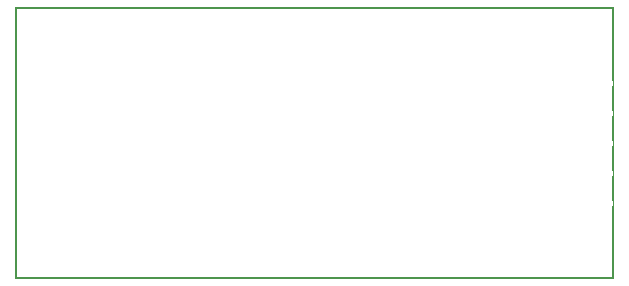
<source format=gbo>
G04 MADE WITH FRITZING*
G04 WWW.FRITZING.ORG*
G04 DOUBLE SIDED*
G04 HOLES PLATED*
G04 CONTOUR ON CENTER OF CONTOUR VECTOR*
%ASAXBY*%
%FSLAX23Y23*%
%MOIN*%
%OFA0B0*%
%SFA1.0B1.0*%
%ADD10R,0.001000X0.001000*%
%LNSILK0*%
G90*
G70*
G54D10*
X0Y907D02*
X1996Y907D01*
X0Y906D02*
X1996Y906D01*
X0Y905D02*
X1996Y905D01*
X0Y904D02*
X1996Y904D01*
X0Y903D02*
X1996Y903D01*
X0Y902D02*
X1996Y902D01*
X0Y901D02*
X1996Y901D01*
X0Y900D02*
X1996Y900D01*
X0Y899D02*
X7Y899D01*
X1989Y899D02*
X1996Y899D01*
X0Y898D02*
X7Y898D01*
X1989Y898D02*
X1996Y898D01*
X0Y897D02*
X7Y897D01*
X1989Y897D02*
X1996Y897D01*
X0Y896D02*
X7Y896D01*
X1989Y896D02*
X1996Y896D01*
X0Y895D02*
X7Y895D01*
X1989Y895D02*
X1996Y895D01*
X0Y894D02*
X7Y894D01*
X1989Y894D02*
X1996Y894D01*
X0Y893D02*
X7Y893D01*
X1989Y893D02*
X1996Y893D01*
X0Y892D02*
X7Y892D01*
X1989Y892D02*
X1996Y892D01*
X0Y891D02*
X7Y891D01*
X1989Y891D02*
X1996Y891D01*
X0Y890D02*
X7Y890D01*
X1989Y890D02*
X1996Y890D01*
X0Y889D02*
X7Y889D01*
X1989Y889D02*
X1996Y889D01*
X0Y888D02*
X7Y888D01*
X1989Y888D02*
X1996Y888D01*
X0Y887D02*
X7Y887D01*
X1989Y887D02*
X1996Y887D01*
X0Y886D02*
X7Y886D01*
X1989Y886D02*
X1996Y886D01*
X0Y885D02*
X7Y885D01*
X1989Y885D02*
X1996Y885D01*
X0Y884D02*
X7Y884D01*
X1989Y884D02*
X1996Y884D01*
X0Y883D02*
X7Y883D01*
X1989Y883D02*
X1996Y883D01*
X0Y882D02*
X7Y882D01*
X1989Y882D02*
X1996Y882D01*
X0Y881D02*
X7Y881D01*
X1989Y881D02*
X1996Y881D01*
X0Y880D02*
X7Y880D01*
X1989Y880D02*
X1996Y880D01*
X0Y879D02*
X7Y879D01*
X1989Y879D02*
X1996Y879D01*
X0Y878D02*
X7Y878D01*
X1989Y878D02*
X1996Y878D01*
X0Y877D02*
X7Y877D01*
X1989Y877D02*
X1996Y877D01*
X0Y876D02*
X7Y876D01*
X1989Y876D02*
X1996Y876D01*
X0Y875D02*
X7Y875D01*
X1989Y875D02*
X1996Y875D01*
X0Y874D02*
X7Y874D01*
X1989Y874D02*
X1996Y874D01*
X0Y873D02*
X7Y873D01*
X1989Y873D02*
X1996Y873D01*
X0Y872D02*
X7Y872D01*
X1989Y872D02*
X1996Y872D01*
X0Y871D02*
X7Y871D01*
X1989Y871D02*
X1996Y871D01*
X0Y870D02*
X7Y870D01*
X1989Y870D02*
X1996Y870D01*
X0Y869D02*
X7Y869D01*
X1989Y869D02*
X1996Y869D01*
X0Y868D02*
X7Y868D01*
X1989Y868D02*
X1996Y868D01*
X0Y867D02*
X7Y867D01*
X1989Y867D02*
X1996Y867D01*
X0Y866D02*
X7Y866D01*
X1989Y866D02*
X1996Y866D01*
X0Y865D02*
X7Y865D01*
X1989Y865D02*
X1996Y865D01*
X0Y864D02*
X7Y864D01*
X1989Y864D02*
X1996Y864D01*
X0Y863D02*
X7Y863D01*
X1989Y863D02*
X1996Y863D01*
X0Y862D02*
X7Y862D01*
X1989Y862D02*
X1996Y862D01*
X0Y861D02*
X7Y861D01*
X1989Y861D02*
X1996Y861D01*
X0Y860D02*
X7Y860D01*
X1989Y860D02*
X1996Y860D01*
X0Y859D02*
X7Y859D01*
X1989Y859D02*
X1996Y859D01*
X0Y858D02*
X7Y858D01*
X1989Y858D02*
X1996Y858D01*
X0Y857D02*
X7Y857D01*
X1989Y857D02*
X1996Y857D01*
X0Y856D02*
X7Y856D01*
X1989Y856D02*
X1996Y856D01*
X0Y855D02*
X7Y855D01*
X1989Y855D02*
X1996Y855D01*
X0Y854D02*
X7Y854D01*
X1989Y854D02*
X1996Y854D01*
X0Y853D02*
X7Y853D01*
X1989Y853D02*
X1996Y853D01*
X0Y852D02*
X7Y852D01*
X1989Y852D02*
X1996Y852D01*
X0Y851D02*
X7Y851D01*
X1989Y851D02*
X1996Y851D01*
X0Y850D02*
X7Y850D01*
X1989Y850D02*
X1996Y850D01*
X0Y849D02*
X7Y849D01*
X1989Y849D02*
X1996Y849D01*
X0Y848D02*
X7Y848D01*
X1989Y848D02*
X1996Y848D01*
X0Y847D02*
X7Y847D01*
X1989Y847D02*
X1996Y847D01*
X0Y846D02*
X7Y846D01*
X1989Y846D02*
X1996Y846D01*
X0Y845D02*
X7Y845D01*
X1989Y845D02*
X1996Y845D01*
X0Y844D02*
X7Y844D01*
X1989Y844D02*
X1996Y844D01*
X0Y843D02*
X7Y843D01*
X1989Y843D02*
X1996Y843D01*
X0Y842D02*
X7Y842D01*
X1989Y842D02*
X1996Y842D01*
X0Y841D02*
X7Y841D01*
X1989Y841D02*
X1996Y841D01*
X0Y840D02*
X7Y840D01*
X1989Y840D02*
X1996Y840D01*
X0Y839D02*
X7Y839D01*
X1989Y839D02*
X1996Y839D01*
X0Y838D02*
X7Y838D01*
X1989Y838D02*
X1996Y838D01*
X0Y837D02*
X7Y837D01*
X1989Y837D02*
X1996Y837D01*
X0Y836D02*
X7Y836D01*
X1989Y836D02*
X1996Y836D01*
X0Y835D02*
X7Y835D01*
X1989Y835D02*
X1996Y835D01*
X0Y834D02*
X7Y834D01*
X1989Y834D02*
X1996Y834D01*
X0Y833D02*
X7Y833D01*
X1989Y833D02*
X1996Y833D01*
X0Y832D02*
X7Y832D01*
X1989Y832D02*
X1996Y832D01*
X0Y831D02*
X7Y831D01*
X1989Y831D02*
X1996Y831D01*
X0Y830D02*
X7Y830D01*
X1989Y830D02*
X1996Y830D01*
X0Y829D02*
X7Y829D01*
X1989Y829D02*
X1996Y829D01*
X0Y828D02*
X7Y828D01*
X1989Y828D02*
X1996Y828D01*
X0Y827D02*
X7Y827D01*
X1989Y827D02*
X1996Y827D01*
X0Y826D02*
X7Y826D01*
X1989Y826D02*
X1996Y826D01*
X0Y825D02*
X7Y825D01*
X1989Y825D02*
X1996Y825D01*
X0Y824D02*
X7Y824D01*
X1989Y824D02*
X1996Y824D01*
X0Y823D02*
X7Y823D01*
X1989Y823D02*
X1996Y823D01*
X0Y822D02*
X7Y822D01*
X1989Y822D02*
X1996Y822D01*
X0Y821D02*
X7Y821D01*
X1989Y821D02*
X1996Y821D01*
X0Y820D02*
X7Y820D01*
X1989Y820D02*
X1996Y820D01*
X0Y819D02*
X7Y819D01*
X1989Y819D02*
X1996Y819D01*
X0Y818D02*
X7Y818D01*
X1989Y818D02*
X1996Y818D01*
X0Y817D02*
X7Y817D01*
X1989Y817D02*
X1996Y817D01*
X0Y816D02*
X7Y816D01*
X1989Y816D02*
X1996Y816D01*
X0Y815D02*
X7Y815D01*
X1989Y815D02*
X1996Y815D01*
X0Y814D02*
X7Y814D01*
X1989Y814D02*
X1996Y814D01*
X0Y813D02*
X7Y813D01*
X1989Y813D02*
X1996Y813D01*
X0Y812D02*
X7Y812D01*
X1989Y812D02*
X1996Y812D01*
X0Y811D02*
X7Y811D01*
X1989Y811D02*
X1996Y811D01*
X0Y810D02*
X7Y810D01*
X1989Y810D02*
X1996Y810D01*
X0Y809D02*
X7Y809D01*
X1989Y809D02*
X1996Y809D01*
X0Y808D02*
X7Y808D01*
X1989Y808D02*
X1996Y808D01*
X0Y807D02*
X7Y807D01*
X1989Y807D02*
X1996Y807D01*
X0Y806D02*
X7Y806D01*
X1989Y806D02*
X1996Y806D01*
X0Y805D02*
X7Y805D01*
X1989Y805D02*
X1996Y805D01*
X0Y804D02*
X7Y804D01*
X1989Y804D02*
X1996Y804D01*
X0Y803D02*
X7Y803D01*
X1989Y803D02*
X1996Y803D01*
X0Y802D02*
X7Y802D01*
X1989Y802D02*
X1996Y802D01*
X0Y801D02*
X7Y801D01*
X1989Y801D02*
X1996Y801D01*
X0Y800D02*
X7Y800D01*
X1989Y800D02*
X1996Y800D01*
X0Y799D02*
X7Y799D01*
X1989Y799D02*
X1996Y799D01*
X0Y798D02*
X7Y798D01*
X1989Y798D02*
X1996Y798D01*
X0Y797D02*
X7Y797D01*
X1989Y797D02*
X1996Y797D01*
X0Y796D02*
X7Y796D01*
X1989Y796D02*
X1996Y796D01*
X0Y795D02*
X7Y795D01*
X1989Y795D02*
X1996Y795D01*
X0Y794D02*
X7Y794D01*
X1989Y794D02*
X1996Y794D01*
X0Y793D02*
X7Y793D01*
X1989Y793D02*
X1996Y793D01*
X0Y792D02*
X7Y792D01*
X1989Y792D02*
X1996Y792D01*
X0Y791D02*
X7Y791D01*
X1989Y791D02*
X1996Y791D01*
X0Y790D02*
X7Y790D01*
X1989Y790D02*
X1996Y790D01*
X0Y789D02*
X7Y789D01*
X1989Y789D02*
X1996Y789D01*
X0Y788D02*
X7Y788D01*
X1989Y788D02*
X1996Y788D01*
X0Y787D02*
X7Y787D01*
X1989Y787D02*
X1996Y787D01*
X0Y786D02*
X7Y786D01*
X1989Y786D02*
X1996Y786D01*
X0Y785D02*
X7Y785D01*
X1989Y785D02*
X1996Y785D01*
X0Y784D02*
X7Y784D01*
X1989Y784D02*
X1996Y784D01*
X0Y783D02*
X7Y783D01*
X1989Y783D02*
X1996Y783D01*
X0Y782D02*
X7Y782D01*
X1989Y782D02*
X1996Y782D01*
X0Y781D02*
X7Y781D01*
X1989Y781D02*
X1996Y781D01*
X0Y780D02*
X7Y780D01*
X1989Y780D02*
X1996Y780D01*
X0Y779D02*
X7Y779D01*
X1989Y779D02*
X1996Y779D01*
X0Y778D02*
X7Y778D01*
X1989Y778D02*
X1996Y778D01*
X0Y777D02*
X7Y777D01*
X1989Y777D02*
X1996Y777D01*
X0Y776D02*
X7Y776D01*
X1989Y776D02*
X1996Y776D01*
X0Y775D02*
X7Y775D01*
X1989Y775D02*
X1996Y775D01*
X0Y774D02*
X7Y774D01*
X1989Y774D02*
X1996Y774D01*
X0Y773D02*
X7Y773D01*
X1989Y773D02*
X1996Y773D01*
X0Y772D02*
X7Y772D01*
X1989Y772D02*
X1996Y772D01*
X0Y771D02*
X7Y771D01*
X1989Y771D02*
X1996Y771D01*
X0Y770D02*
X7Y770D01*
X1989Y770D02*
X1996Y770D01*
X0Y769D02*
X7Y769D01*
X1989Y769D02*
X1996Y769D01*
X0Y768D02*
X7Y768D01*
X1989Y768D02*
X1996Y768D01*
X0Y767D02*
X7Y767D01*
X1989Y767D02*
X1996Y767D01*
X0Y766D02*
X7Y766D01*
X1989Y766D02*
X1996Y766D01*
X0Y765D02*
X7Y765D01*
X1989Y765D02*
X1996Y765D01*
X0Y764D02*
X7Y764D01*
X1989Y764D02*
X1996Y764D01*
X0Y763D02*
X7Y763D01*
X1989Y763D02*
X1996Y763D01*
X0Y762D02*
X7Y762D01*
X1989Y762D02*
X1996Y762D01*
X0Y761D02*
X7Y761D01*
X1989Y761D02*
X1996Y761D01*
X0Y760D02*
X7Y760D01*
X1989Y760D02*
X1996Y760D01*
X0Y759D02*
X7Y759D01*
X1989Y759D02*
X1996Y759D01*
X0Y758D02*
X7Y758D01*
X1989Y758D02*
X1996Y758D01*
X0Y757D02*
X7Y757D01*
X1989Y757D02*
X1996Y757D01*
X0Y756D02*
X7Y756D01*
X1989Y756D02*
X1996Y756D01*
X0Y755D02*
X7Y755D01*
X1989Y755D02*
X1996Y755D01*
X0Y754D02*
X7Y754D01*
X1989Y754D02*
X1996Y754D01*
X0Y753D02*
X7Y753D01*
X1989Y753D02*
X1996Y753D01*
X0Y752D02*
X7Y752D01*
X1989Y752D02*
X1996Y752D01*
X0Y751D02*
X7Y751D01*
X1989Y751D02*
X1996Y751D01*
X0Y750D02*
X7Y750D01*
X1989Y750D02*
X1996Y750D01*
X0Y749D02*
X7Y749D01*
X1989Y749D02*
X1996Y749D01*
X0Y748D02*
X7Y748D01*
X1989Y748D02*
X1996Y748D01*
X0Y747D02*
X7Y747D01*
X1989Y747D02*
X1996Y747D01*
X0Y746D02*
X7Y746D01*
X1989Y746D02*
X1996Y746D01*
X0Y745D02*
X7Y745D01*
X1989Y745D02*
X1996Y745D01*
X0Y744D02*
X7Y744D01*
X1989Y744D02*
X1996Y744D01*
X0Y743D02*
X7Y743D01*
X1989Y743D02*
X1996Y743D01*
X0Y742D02*
X7Y742D01*
X1989Y742D02*
X1996Y742D01*
X0Y741D02*
X7Y741D01*
X1989Y741D02*
X1996Y741D01*
X0Y740D02*
X7Y740D01*
X1989Y740D02*
X1996Y740D01*
X0Y739D02*
X7Y739D01*
X1989Y739D02*
X1996Y739D01*
X0Y738D02*
X7Y738D01*
X1989Y738D02*
X1996Y738D01*
X0Y737D02*
X7Y737D01*
X1989Y737D02*
X1996Y737D01*
X0Y736D02*
X7Y736D01*
X1989Y736D02*
X1996Y736D01*
X0Y735D02*
X7Y735D01*
X1989Y735D02*
X1996Y735D01*
X0Y734D02*
X7Y734D01*
X1989Y734D02*
X1996Y734D01*
X0Y733D02*
X7Y733D01*
X1989Y733D02*
X1996Y733D01*
X0Y732D02*
X7Y732D01*
X1989Y732D02*
X1996Y732D01*
X0Y731D02*
X7Y731D01*
X1989Y731D02*
X1996Y731D01*
X0Y730D02*
X7Y730D01*
X1989Y730D02*
X1996Y730D01*
X0Y729D02*
X7Y729D01*
X1989Y729D02*
X1996Y729D01*
X0Y728D02*
X7Y728D01*
X1989Y728D02*
X1996Y728D01*
X0Y727D02*
X7Y727D01*
X1989Y727D02*
X1996Y727D01*
X0Y726D02*
X7Y726D01*
X1989Y726D02*
X1996Y726D01*
X0Y725D02*
X7Y725D01*
X1989Y725D02*
X1996Y725D01*
X0Y724D02*
X7Y724D01*
X1989Y724D02*
X1996Y724D01*
X0Y723D02*
X7Y723D01*
X1989Y723D02*
X1996Y723D01*
X0Y722D02*
X7Y722D01*
X1989Y722D02*
X1996Y722D01*
X0Y721D02*
X7Y721D01*
X1989Y721D02*
X1996Y721D01*
X0Y720D02*
X7Y720D01*
X1989Y720D02*
X1996Y720D01*
X0Y719D02*
X7Y719D01*
X1989Y719D02*
X1996Y719D01*
X0Y718D02*
X7Y718D01*
X1989Y718D02*
X1996Y718D01*
X0Y717D02*
X7Y717D01*
X1989Y717D02*
X1996Y717D01*
X0Y716D02*
X7Y716D01*
X1989Y716D02*
X1996Y716D01*
X0Y715D02*
X7Y715D01*
X1989Y715D02*
X1996Y715D01*
X0Y714D02*
X7Y714D01*
X1989Y714D02*
X1996Y714D01*
X0Y713D02*
X7Y713D01*
X1989Y713D02*
X1996Y713D01*
X0Y712D02*
X7Y712D01*
X1989Y712D02*
X1996Y712D01*
X0Y711D02*
X7Y711D01*
X1989Y711D02*
X1996Y711D01*
X0Y710D02*
X7Y710D01*
X1989Y710D02*
X1996Y710D01*
X0Y709D02*
X7Y709D01*
X1989Y709D02*
X1996Y709D01*
X0Y708D02*
X7Y708D01*
X1989Y708D02*
X1996Y708D01*
X0Y707D02*
X7Y707D01*
X1989Y707D02*
X1996Y707D01*
X0Y706D02*
X7Y706D01*
X1989Y706D02*
X1996Y706D01*
X0Y705D02*
X7Y705D01*
X1989Y705D02*
X1996Y705D01*
X0Y704D02*
X7Y704D01*
X1989Y704D02*
X1996Y704D01*
X0Y703D02*
X7Y703D01*
X1989Y703D02*
X1996Y703D01*
X0Y702D02*
X7Y702D01*
X1989Y702D02*
X1996Y702D01*
X0Y701D02*
X7Y701D01*
X1989Y701D02*
X1996Y701D01*
X0Y700D02*
X7Y700D01*
X1989Y700D02*
X1996Y700D01*
X0Y699D02*
X7Y699D01*
X1989Y699D02*
X1996Y699D01*
X0Y698D02*
X7Y698D01*
X1989Y698D02*
X1996Y698D01*
X0Y697D02*
X7Y697D01*
X1989Y697D02*
X1996Y697D01*
X0Y696D02*
X7Y696D01*
X1989Y696D02*
X1996Y696D01*
X0Y695D02*
X7Y695D01*
X1989Y695D02*
X1996Y695D01*
X0Y694D02*
X7Y694D01*
X1989Y694D02*
X1996Y694D01*
X0Y693D02*
X7Y693D01*
X1989Y693D02*
X1996Y693D01*
X0Y692D02*
X7Y692D01*
X1989Y692D02*
X1996Y692D01*
X0Y691D02*
X7Y691D01*
X1989Y691D02*
X1996Y691D01*
X0Y690D02*
X7Y690D01*
X1989Y690D02*
X1996Y690D01*
X0Y689D02*
X7Y689D01*
X1989Y689D02*
X1996Y689D01*
X0Y688D02*
X7Y688D01*
X1989Y688D02*
X1996Y688D01*
X0Y687D02*
X7Y687D01*
X1989Y687D02*
X1996Y687D01*
X0Y686D02*
X7Y686D01*
X1989Y686D02*
X1996Y686D01*
X0Y685D02*
X7Y685D01*
X1989Y685D02*
X1996Y685D01*
X0Y684D02*
X7Y684D01*
X1989Y684D02*
X1996Y684D01*
X0Y683D02*
X7Y683D01*
X1989Y683D02*
X1996Y683D01*
X0Y682D02*
X7Y682D01*
X1989Y682D02*
X1996Y682D01*
X0Y681D02*
X7Y681D01*
X1989Y681D02*
X1996Y681D01*
X0Y680D02*
X7Y680D01*
X1989Y680D02*
X1996Y680D01*
X0Y679D02*
X7Y679D01*
X1989Y679D02*
X1996Y679D01*
X0Y678D02*
X7Y678D01*
X1989Y678D02*
X1996Y678D01*
X0Y677D02*
X7Y677D01*
X1989Y677D02*
X1996Y677D01*
X0Y676D02*
X7Y676D01*
X1989Y676D02*
X1996Y676D01*
X0Y675D02*
X7Y675D01*
X1989Y675D02*
X1996Y675D01*
X0Y674D02*
X7Y674D01*
X1989Y674D02*
X1996Y674D01*
X0Y673D02*
X7Y673D01*
X1989Y673D02*
X1996Y673D01*
X0Y672D02*
X7Y672D01*
X1989Y672D02*
X1996Y672D01*
X0Y671D02*
X7Y671D01*
X1989Y671D02*
X1996Y671D01*
X0Y670D02*
X7Y670D01*
X1989Y670D02*
X1996Y670D01*
X0Y669D02*
X7Y669D01*
X1989Y669D02*
X1996Y669D01*
X0Y668D02*
X7Y668D01*
X1990Y668D02*
X1996Y668D01*
X0Y667D02*
X7Y667D01*
X1990Y667D02*
X1996Y667D01*
X0Y666D02*
X7Y666D01*
X1990Y666D02*
X1996Y666D01*
X0Y665D02*
X7Y665D01*
X1991Y665D02*
X1996Y665D01*
X0Y664D02*
X7Y664D01*
X1991Y664D02*
X1996Y664D01*
X0Y663D02*
X7Y663D01*
X1991Y663D02*
X1996Y663D01*
X0Y662D02*
X7Y662D01*
X1991Y662D02*
X1996Y662D01*
X0Y661D02*
X7Y661D01*
X1992Y661D02*
X1996Y661D01*
X0Y660D02*
X7Y660D01*
X1992Y660D02*
X1996Y660D01*
X0Y659D02*
X7Y659D01*
X1992Y659D02*
X1996Y659D01*
X0Y658D02*
X7Y658D01*
X1992Y658D02*
X1996Y658D01*
X0Y657D02*
X7Y657D01*
X1992Y657D02*
X1996Y657D01*
X0Y656D02*
X7Y656D01*
X1992Y656D02*
X1996Y656D01*
X0Y655D02*
X7Y655D01*
X1992Y655D02*
X1996Y655D01*
X0Y654D02*
X7Y654D01*
X1992Y654D02*
X1996Y654D01*
X0Y653D02*
X7Y653D01*
X1992Y653D02*
X1996Y653D01*
X0Y652D02*
X7Y652D01*
X1992Y652D02*
X1996Y652D01*
X0Y651D02*
X7Y651D01*
X1992Y651D02*
X1996Y651D01*
X0Y650D02*
X7Y650D01*
X1992Y650D02*
X1996Y650D01*
X0Y649D02*
X7Y649D01*
X1992Y649D02*
X1996Y649D01*
X0Y648D02*
X7Y648D01*
X1992Y648D02*
X1996Y648D01*
X0Y647D02*
X7Y647D01*
X1992Y647D02*
X1996Y647D01*
X0Y646D02*
X7Y646D01*
X1992Y646D02*
X1996Y646D01*
X0Y645D02*
X7Y645D01*
X1991Y645D02*
X1996Y645D01*
X0Y644D02*
X7Y644D01*
X1991Y644D02*
X1996Y644D01*
X0Y643D02*
X7Y643D01*
X1991Y643D02*
X1996Y643D01*
X0Y642D02*
X7Y642D01*
X1991Y642D02*
X1996Y642D01*
X0Y641D02*
X7Y641D01*
X1990Y641D02*
X1996Y641D01*
X0Y640D02*
X7Y640D01*
X1990Y640D02*
X1996Y640D01*
X0Y639D02*
X7Y639D01*
X1990Y639D02*
X1996Y639D01*
X0Y638D02*
X7Y638D01*
X1989Y638D02*
X1996Y638D01*
X0Y637D02*
X7Y637D01*
X1989Y637D02*
X1996Y637D01*
X0Y636D02*
X7Y636D01*
X1989Y636D02*
X1996Y636D01*
X0Y635D02*
X7Y635D01*
X1989Y635D02*
X1996Y635D01*
X0Y634D02*
X7Y634D01*
X1989Y634D02*
X1996Y634D01*
X0Y633D02*
X7Y633D01*
X1989Y633D02*
X1996Y633D01*
X0Y632D02*
X7Y632D01*
X1989Y632D02*
X1996Y632D01*
X0Y631D02*
X7Y631D01*
X1989Y631D02*
X1996Y631D01*
X0Y630D02*
X7Y630D01*
X1989Y630D02*
X1996Y630D01*
X0Y629D02*
X7Y629D01*
X1989Y629D02*
X1996Y629D01*
X0Y628D02*
X7Y628D01*
X1989Y628D02*
X1996Y628D01*
X0Y627D02*
X7Y627D01*
X1989Y627D02*
X1996Y627D01*
X0Y626D02*
X7Y626D01*
X1989Y626D02*
X1996Y626D01*
X0Y625D02*
X7Y625D01*
X1989Y625D02*
X1996Y625D01*
X0Y624D02*
X7Y624D01*
X1989Y624D02*
X1996Y624D01*
X0Y623D02*
X7Y623D01*
X1989Y623D02*
X1996Y623D01*
X0Y622D02*
X7Y622D01*
X1989Y622D02*
X1996Y622D01*
X0Y621D02*
X7Y621D01*
X1989Y621D02*
X1996Y621D01*
X0Y620D02*
X7Y620D01*
X1989Y620D02*
X1996Y620D01*
X0Y619D02*
X7Y619D01*
X1989Y619D02*
X1996Y619D01*
X0Y618D02*
X7Y618D01*
X1989Y618D02*
X1996Y618D01*
X0Y617D02*
X7Y617D01*
X1989Y617D02*
X1996Y617D01*
X0Y616D02*
X7Y616D01*
X1989Y616D02*
X1996Y616D01*
X0Y615D02*
X7Y615D01*
X1989Y615D02*
X1996Y615D01*
X0Y614D02*
X7Y614D01*
X1989Y614D02*
X1996Y614D01*
X0Y613D02*
X7Y613D01*
X1989Y613D02*
X1996Y613D01*
X0Y612D02*
X7Y612D01*
X1989Y612D02*
X1996Y612D01*
X0Y611D02*
X7Y611D01*
X1989Y611D02*
X1996Y611D01*
X0Y610D02*
X7Y610D01*
X1989Y610D02*
X1996Y610D01*
X0Y609D02*
X7Y609D01*
X1989Y609D02*
X1996Y609D01*
X0Y608D02*
X7Y608D01*
X1989Y608D02*
X1996Y608D01*
X0Y607D02*
X7Y607D01*
X1989Y607D02*
X1996Y607D01*
X0Y606D02*
X7Y606D01*
X1989Y606D02*
X1996Y606D01*
X0Y605D02*
X7Y605D01*
X1989Y605D02*
X1996Y605D01*
X0Y604D02*
X7Y604D01*
X1989Y604D02*
X1996Y604D01*
X0Y603D02*
X7Y603D01*
X1989Y603D02*
X1996Y603D01*
X0Y602D02*
X7Y602D01*
X1989Y602D02*
X1996Y602D01*
X0Y601D02*
X7Y601D01*
X1989Y601D02*
X1996Y601D01*
X0Y600D02*
X7Y600D01*
X1989Y600D02*
X1996Y600D01*
X0Y599D02*
X7Y599D01*
X1989Y599D02*
X1996Y599D01*
X0Y598D02*
X7Y598D01*
X1989Y598D02*
X1996Y598D01*
X0Y597D02*
X7Y597D01*
X1989Y597D02*
X1996Y597D01*
X0Y596D02*
X7Y596D01*
X1989Y596D02*
X1996Y596D01*
X0Y595D02*
X7Y595D01*
X1989Y595D02*
X1996Y595D01*
X0Y594D02*
X7Y594D01*
X1989Y594D02*
X1996Y594D01*
X0Y593D02*
X7Y593D01*
X1989Y593D02*
X1996Y593D01*
X0Y592D02*
X7Y592D01*
X1989Y592D02*
X1996Y592D01*
X0Y591D02*
X7Y591D01*
X1989Y591D02*
X1996Y591D01*
X0Y590D02*
X7Y590D01*
X1989Y590D02*
X1996Y590D01*
X0Y589D02*
X7Y589D01*
X1989Y589D02*
X1996Y589D01*
X0Y588D02*
X7Y588D01*
X1989Y588D02*
X1996Y588D01*
X0Y587D02*
X7Y587D01*
X1989Y587D02*
X1996Y587D01*
X0Y586D02*
X7Y586D01*
X1989Y586D02*
X1996Y586D01*
X0Y585D02*
X7Y585D01*
X1989Y585D02*
X1996Y585D01*
X0Y584D02*
X7Y584D01*
X1989Y584D02*
X1996Y584D01*
X0Y583D02*
X7Y583D01*
X1989Y583D02*
X1996Y583D01*
X0Y582D02*
X7Y582D01*
X1989Y582D02*
X1996Y582D01*
X0Y581D02*
X7Y581D01*
X1989Y581D02*
X1996Y581D01*
X0Y580D02*
X7Y580D01*
X1989Y580D02*
X1996Y580D01*
X0Y579D02*
X7Y579D01*
X1989Y579D02*
X1996Y579D01*
X0Y578D02*
X7Y578D01*
X1989Y578D02*
X1996Y578D01*
X0Y577D02*
X7Y577D01*
X1989Y577D02*
X1996Y577D01*
X0Y576D02*
X7Y576D01*
X1989Y576D02*
X1996Y576D01*
X0Y575D02*
X7Y575D01*
X1989Y575D02*
X1996Y575D01*
X0Y574D02*
X7Y574D01*
X1989Y574D02*
X1996Y574D01*
X0Y573D02*
X7Y573D01*
X1989Y573D02*
X1996Y573D01*
X0Y572D02*
X7Y572D01*
X1989Y572D02*
X1996Y572D01*
X0Y571D02*
X7Y571D01*
X1989Y571D02*
X1996Y571D01*
X0Y570D02*
X7Y570D01*
X1989Y570D02*
X1996Y570D01*
X0Y569D02*
X7Y569D01*
X1989Y569D02*
X1996Y569D01*
X0Y568D02*
X7Y568D01*
X1990Y568D02*
X1996Y568D01*
X0Y567D02*
X7Y567D01*
X1990Y567D02*
X1996Y567D01*
X0Y566D02*
X7Y566D01*
X1990Y566D02*
X1996Y566D01*
X0Y565D02*
X7Y565D01*
X1991Y565D02*
X1996Y565D01*
X0Y564D02*
X7Y564D01*
X1991Y564D02*
X1996Y564D01*
X0Y563D02*
X7Y563D01*
X1991Y563D02*
X1996Y563D01*
X0Y562D02*
X7Y562D01*
X1991Y562D02*
X1996Y562D01*
X0Y561D02*
X7Y561D01*
X1992Y561D02*
X1996Y561D01*
X0Y560D02*
X7Y560D01*
X1992Y560D02*
X1996Y560D01*
X0Y559D02*
X7Y559D01*
X1992Y559D02*
X1996Y559D01*
X0Y558D02*
X7Y558D01*
X1992Y558D02*
X1996Y558D01*
X0Y557D02*
X7Y557D01*
X1992Y557D02*
X1996Y557D01*
X0Y556D02*
X7Y556D01*
X1992Y556D02*
X1996Y556D01*
X0Y555D02*
X7Y555D01*
X1992Y555D02*
X1996Y555D01*
X0Y554D02*
X7Y554D01*
X1992Y554D02*
X1996Y554D01*
X0Y553D02*
X7Y553D01*
X1992Y553D02*
X1996Y553D01*
X0Y552D02*
X7Y552D01*
X1992Y552D02*
X1996Y552D01*
X0Y551D02*
X7Y551D01*
X1992Y551D02*
X1996Y551D01*
X0Y550D02*
X7Y550D01*
X1992Y550D02*
X1996Y550D01*
X0Y549D02*
X7Y549D01*
X1992Y549D02*
X1996Y549D01*
X0Y548D02*
X7Y548D01*
X1992Y548D02*
X1996Y548D01*
X0Y547D02*
X7Y547D01*
X1992Y547D02*
X1996Y547D01*
X0Y546D02*
X7Y546D01*
X1992Y546D02*
X1996Y546D01*
X0Y545D02*
X7Y545D01*
X1991Y545D02*
X1996Y545D01*
X0Y544D02*
X7Y544D01*
X1991Y544D02*
X1996Y544D01*
X0Y543D02*
X7Y543D01*
X1991Y543D02*
X1996Y543D01*
X0Y542D02*
X7Y542D01*
X1991Y542D02*
X1996Y542D01*
X0Y541D02*
X7Y541D01*
X1990Y541D02*
X1996Y541D01*
X0Y540D02*
X7Y540D01*
X1990Y540D02*
X1996Y540D01*
X0Y539D02*
X7Y539D01*
X1990Y539D02*
X1996Y539D01*
X0Y538D02*
X7Y538D01*
X1989Y538D02*
X1996Y538D01*
X0Y537D02*
X7Y537D01*
X1989Y537D02*
X1996Y537D01*
X0Y536D02*
X7Y536D01*
X1989Y536D02*
X1996Y536D01*
X0Y535D02*
X7Y535D01*
X1989Y535D02*
X1996Y535D01*
X0Y534D02*
X7Y534D01*
X1989Y534D02*
X1996Y534D01*
X0Y533D02*
X7Y533D01*
X1989Y533D02*
X1996Y533D01*
X0Y532D02*
X7Y532D01*
X1989Y532D02*
X1996Y532D01*
X0Y531D02*
X7Y531D01*
X1989Y531D02*
X1996Y531D01*
X0Y530D02*
X7Y530D01*
X1989Y530D02*
X1996Y530D01*
X0Y529D02*
X7Y529D01*
X1989Y529D02*
X1996Y529D01*
X0Y528D02*
X7Y528D01*
X1989Y528D02*
X1996Y528D01*
X0Y527D02*
X7Y527D01*
X1989Y527D02*
X1996Y527D01*
X0Y526D02*
X7Y526D01*
X1989Y526D02*
X1996Y526D01*
X0Y525D02*
X7Y525D01*
X1989Y525D02*
X1996Y525D01*
X0Y524D02*
X7Y524D01*
X1989Y524D02*
X1996Y524D01*
X0Y523D02*
X7Y523D01*
X1989Y523D02*
X1996Y523D01*
X0Y522D02*
X7Y522D01*
X1989Y522D02*
X1996Y522D01*
X0Y521D02*
X7Y521D01*
X1989Y521D02*
X1996Y521D01*
X0Y520D02*
X7Y520D01*
X1989Y520D02*
X1996Y520D01*
X0Y519D02*
X7Y519D01*
X1989Y519D02*
X1996Y519D01*
X0Y518D02*
X7Y518D01*
X1989Y518D02*
X1996Y518D01*
X0Y517D02*
X7Y517D01*
X1989Y517D02*
X1996Y517D01*
X0Y516D02*
X7Y516D01*
X1989Y516D02*
X1996Y516D01*
X0Y515D02*
X7Y515D01*
X1989Y515D02*
X1996Y515D01*
X0Y514D02*
X7Y514D01*
X1989Y514D02*
X1996Y514D01*
X0Y513D02*
X7Y513D01*
X1989Y513D02*
X1996Y513D01*
X0Y512D02*
X7Y512D01*
X1989Y512D02*
X1996Y512D01*
X0Y511D02*
X7Y511D01*
X1989Y511D02*
X1996Y511D01*
X0Y510D02*
X7Y510D01*
X1989Y510D02*
X1996Y510D01*
X0Y509D02*
X7Y509D01*
X1989Y509D02*
X1996Y509D01*
X0Y508D02*
X7Y508D01*
X1989Y508D02*
X1996Y508D01*
X0Y507D02*
X7Y507D01*
X1989Y507D02*
X1996Y507D01*
X0Y506D02*
X7Y506D01*
X1989Y506D02*
X1996Y506D01*
X0Y505D02*
X7Y505D01*
X1989Y505D02*
X1996Y505D01*
X0Y504D02*
X7Y504D01*
X1989Y504D02*
X1996Y504D01*
X0Y503D02*
X7Y503D01*
X1989Y503D02*
X1996Y503D01*
X0Y502D02*
X7Y502D01*
X1989Y502D02*
X1996Y502D01*
X0Y501D02*
X7Y501D01*
X1989Y501D02*
X1996Y501D01*
X0Y500D02*
X7Y500D01*
X1989Y500D02*
X1996Y500D01*
X0Y499D02*
X7Y499D01*
X1989Y499D02*
X1996Y499D01*
X0Y498D02*
X7Y498D01*
X1989Y498D02*
X1996Y498D01*
X0Y497D02*
X7Y497D01*
X1989Y497D02*
X1996Y497D01*
X0Y496D02*
X7Y496D01*
X1989Y496D02*
X1996Y496D01*
X0Y495D02*
X7Y495D01*
X1989Y495D02*
X1996Y495D01*
X0Y494D02*
X7Y494D01*
X1989Y494D02*
X1996Y494D01*
X0Y493D02*
X7Y493D01*
X1989Y493D02*
X1996Y493D01*
X0Y492D02*
X7Y492D01*
X1989Y492D02*
X1996Y492D01*
X0Y491D02*
X7Y491D01*
X1989Y491D02*
X1996Y491D01*
X0Y490D02*
X7Y490D01*
X1989Y490D02*
X1996Y490D01*
X0Y489D02*
X7Y489D01*
X1989Y489D02*
X1996Y489D01*
X0Y488D02*
X7Y488D01*
X1989Y488D02*
X1996Y488D01*
X0Y487D02*
X7Y487D01*
X1989Y487D02*
X1996Y487D01*
X0Y486D02*
X7Y486D01*
X1989Y486D02*
X1996Y486D01*
X0Y485D02*
X7Y485D01*
X1989Y485D02*
X1996Y485D01*
X0Y484D02*
X7Y484D01*
X1989Y484D02*
X1996Y484D01*
X0Y483D02*
X7Y483D01*
X1989Y483D02*
X1996Y483D01*
X0Y482D02*
X7Y482D01*
X1989Y482D02*
X1996Y482D01*
X0Y481D02*
X7Y481D01*
X1989Y481D02*
X1996Y481D01*
X0Y480D02*
X7Y480D01*
X1989Y480D02*
X1996Y480D01*
X0Y479D02*
X7Y479D01*
X1989Y479D02*
X1996Y479D01*
X0Y478D02*
X7Y478D01*
X1989Y478D02*
X1996Y478D01*
X0Y477D02*
X7Y477D01*
X1989Y477D02*
X1996Y477D01*
X0Y476D02*
X7Y476D01*
X1989Y476D02*
X1996Y476D01*
X0Y475D02*
X7Y475D01*
X1989Y475D02*
X1996Y475D01*
X0Y474D02*
X7Y474D01*
X1989Y474D02*
X1996Y474D01*
X0Y473D02*
X7Y473D01*
X1989Y473D02*
X1996Y473D01*
X0Y472D02*
X7Y472D01*
X1989Y472D02*
X1996Y472D01*
X0Y471D02*
X7Y471D01*
X1989Y471D02*
X1996Y471D01*
X0Y470D02*
X7Y470D01*
X1989Y470D02*
X1996Y470D01*
X0Y469D02*
X7Y469D01*
X1989Y469D02*
X1996Y469D01*
X0Y468D02*
X7Y468D01*
X1990Y468D02*
X1996Y468D01*
X0Y467D02*
X7Y467D01*
X1990Y467D02*
X1996Y467D01*
X0Y466D02*
X7Y466D01*
X1990Y466D02*
X1996Y466D01*
X0Y465D02*
X7Y465D01*
X1991Y465D02*
X1996Y465D01*
X0Y464D02*
X7Y464D01*
X1991Y464D02*
X1996Y464D01*
X0Y463D02*
X7Y463D01*
X1991Y463D02*
X1996Y463D01*
X0Y462D02*
X7Y462D01*
X1991Y462D02*
X1996Y462D01*
X0Y461D02*
X7Y461D01*
X1992Y461D02*
X1996Y461D01*
X0Y460D02*
X7Y460D01*
X1992Y460D02*
X1996Y460D01*
X0Y459D02*
X7Y459D01*
X1992Y459D02*
X1996Y459D01*
X0Y458D02*
X7Y458D01*
X1992Y458D02*
X1996Y458D01*
X0Y457D02*
X7Y457D01*
X1992Y457D02*
X1996Y457D01*
X0Y456D02*
X7Y456D01*
X1992Y456D02*
X1996Y456D01*
X0Y455D02*
X7Y455D01*
X1992Y455D02*
X1996Y455D01*
X0Y454D02*
X7Y454D01*
X1992Y454D02*
X1996Y454D01*
X0Y453D02*
X7Y453D01*
X1992Y453D02*
X1996Y453D01*
X0Y452D02*
X7Y452D01*
X1992Y452D02*
X1996Y452D01*
X0Y451D02*
X7Y451D01*
X1992Y451D02*
X1996Y451D01*
X0Y450D02*
X7Y450D01*
X1992Y450D02*
X1996Y450D01*
X0Y449D02*
X7Y449D01*
X1992Y449D02*
X1996Y449D01*
X0Y448D02*
X7Y448D01*
X1992Y448D02*
X1996Y448D01*
X0Y447D02*
X7Y447D01*
X1992Y447D02*
X1996Y447D01*
X0Y446D02*
X7Y446D01*
X1992Y446D02*
X1996Y446D01*
X0Y445D02*
X7Y445D01*
X1991Y445D02*
X1996Y445D01*
X0Y444D02*
X7Y444D01*
X1991Y444D02*
X1996Y444D01*
X0Y443D02*
X7Y443D01*
X1991Y443D02*
X1996Y443D01*
X0Y442D02*
X7Y442D01*
X1991Y442D02*
X1996Y442D01*
X0Y441D02*
X7Y441D01*
X1990Y441D02*
X1996Y441D01*
X0Y440D02*
X7Y440D01*
X1990Y440D02*
X1996Y440D01*
X0Y439D02*
X7Y439D01*
X1990Y439D02*
X1996Y439D01*
X0Y438D02*
X7Y438D01*
X1989Y438D02*
X1996Y438D01*
X0Y437D02*
X7Y437D01*
X1989Y437D02*
X1996Y437D01*
X0Y436D02*
X7Y436D01*
X1989Y436D02*
X1996Y436D01*
X0Y435D02*
X7Y435D01*
X1989Y435D02*
X1996Y435D01*
X0Y434D02*
X7Y434D01*
X1989Y434D02*
X1996Y434D01*
X0Y433D02*
X7Y433D01*
X1989Y433D02*
X1996Y433D01*
X0Y432D02*
X7Y432D01*
X1989Y432D02*
X1996Y432D01*
X0Y431D02*
X7Y431D01*
X1989Y431D02*
X1996Y431D01*
X0Y430D02*
X7Y430D01*
X1989Y430D02*
X1996Y430D01*
X0Y429D02*
X7Y429D01*
X1989Y429D02*
X1996Y429D01*
X0Y428D02*
X7Y428D01*
X1989Y428D02*
X1996Y428D01*
X0Y427D02*
X7Y427D01*
X1989Y427D02*
X1996Y427D01*
X0Y426D02*
X7Y426D01*
X1989Y426D02*
X1996Y426D01*
X0Y425D02*
X7Y425D01*
X1989Y425D02*
X1996Y425D01*
X0Y424D02*
X7Y424D01*
X1989Y424D02*
X1996Y424D01*
X0Y423D02*
X7Y423D01*
X1989Y423D02*
X1996Y423D01*
X0Y422D02*
X7Y422D01*
X1989Y422D02*
X1996Y422D01*
X0Y421D02*
X7Y421D01*
X1989Y421D02*
X1996Y421D01*
X0Y420D02*
X7Y420D01*
X1989Y420D02*
X1996Y420D01*
X0Y419D02*
X7Y419D01*
X1989Y419D02*
X1996Y419D01*
X0Y418D02*
X7Y418D01*
X1989Y418D02*
X1996Y418D01*
X0Y417D02*
X7Y417D01*
X1989Y417D02*
X1996Y417D01*
X0Y416D02*
X7Y416D01*
X1989Y416D02*
X1996Y416D01*
X0Y415D02*
X7Y415D01*
X1989Y415D02*
X1996Y415D01*
X0Y414D02*
X7Y414D01*
X1989Y414D02*
X1996Y414D01*
X0Y413D02*
X7Y413D01*
X1989Y413D02*
X1996Y413D01*
X0Y412D02*
X7Y412D01*
X1989Y412D02*
X1996Y412D01*
X0Y411D02*
X7Y411D01*
X1989Y411D02*
X1996Y411D01*
X0Y410D02*
X7Y410D01*
X1989Y410D02*
X1996Y410D01*
X0Y409D02*
X7Y409D01*
X1989Y409D02*
X1996Y409D01*
X0Y408D02*
X7Y408D01*
X1989Y408D02*
X1996Y408D01*
X0Y407D02*
X7Y407D01*
X1989Y407D02*
X1996Y407D01*
X0Y406D02*
X7Y406D01*
X1989Y406D02*
X1996Y406D01*
X0Y405D02*
X7Y405D01*
X1989Y405D02*
X1996Y405D01*
X0Y404D02*
X7Y404D01*
X1989Y404D02*
X1996Y404D01*
X0Y403D02*
X7Y403D01*
X1989Y403D02*
X1996Y403D01*
X0Y402D02*
X7Y402D01*
X1989Y402D02*
X1996Y402D01*
X0Y401D02*
X7Y401D01*
X1989Y401D02*
X1996Y401D01*
X0Y400D02*
X7Y400D01*
X1989Y400D02*
X1996Y400D01*
X0Y399D02*
X7Y399D01*
X1989Y399D02*
X1996Y399D01*
X0Y398D02*
X7Y398D01*
X1989Y398D02*
X1996Y398D01*
X0Y397D02*
X7Y397D01*
X1989Y397D02*
X1996Y397D01*
X0Y396D02*
X7Y396D01*
X1989Y396D02*
X1996Y396D01*
X0Y395D02*
X7Y395D01*
X1989Y395D02*
X1996Y395D01*
X0Y394D02*
X7Y394D01*
X1989Y394D02*
X1996Y394D01*
X0Y393D02*
X7Y393D01*
X1989Y393D02*
X1996Y393D01*
X0Y392D02*
X7Y392D01*
X1989Y392D02*
X1996Y392D01*
X0Y391D02*
X7Y391D01*
X1989Y391D02*
X1996Y391D01*
X0Y390D02*
X7Y390D01*
X1989Y390D02*
X1996Y390D01*
X0Y389D02*
X7Y389D01*
X1989Y389D02*
X1996Y389D01*
X0Y388D02*
X7Y388D01*
X1989Y388D02*
X1996Y388D01*
X0Y387D02*
X7Y387D01*
X1989Y387D02*
X1996Y387D01*
X0Y386D02*
X7Y386D01*
X1989Y386D02*
X1996Y386D01*
X0Y385D02*
X7Y385D01*
X1989Y385D02*
X1996Y385D01*
X0Y384D02*
X7Y384D01*
X1989Y384D02*
X1996Y384D01*
X0Y383D02*
X7Y383D01*
X1989Y383D02*
X1996Y383D01*
X0Y382D02*
X7Y382D01*
X1989Y382D02*
X1996Y382D01*
X0Y381D02*
X7Y381D01*
X1989Y381D02*
X1996Y381D01*
X0Y380D02*
X7Y380D01*
X1989Y380D02*
X1996Y380D01*
X0Y379D02*
X7Y379D01*
X1989Y379D02*
X1996Y379D01*
X0Y378D02*
X7Y378D01*
X1989Y378D02*
X1996Y378D01*
X0Y377D02*
X7Y377D01*
X1989Y377D02*
X1996Y377D01*
X0Y376D02*
X7Y376D01*
X1989Y376D02*
X1996Y376D01*
X0Y375D02*
X7Y375D01*
X1989Y375D02*
X1996Y375D01*
X0Y374D02*
X7Y374D01*
X1989Y374D02*
X1996Y374D01*
X0Y373D02*
X7Y373D01*
X1989Y373D02*
X1996Y373D01*
X0Y372D02*
X7Y372D01*
X1989Y372D02*
X1996Y372D01*
X0Y371D02*
X7Y371D01*
X1989Y371D02*
X1996Y371D01*
X0Y370D02*
X7Y370D01*
X1989Y370D02*
X1996Y370D01*
X0Y369D02*
X7Y369D01*
X1989Y369D02*
X1996Y369D01*
X0Y368D02*
X7Y368D01*
X1990Y368D02*
X1996Y368D01*
X0Y367D02*
X7Y367D01*
X1990Y367D02*
X1996Y367D01*
X0Y366D02*
X7Y366D01*
X1990Y366D02*
X1996Y366D01*
X0Y365D02*
X7Y365D01*
X1991Y365D02*
X1996Y365D01*
X0Y364D02*
X7Y364D01*
X1991Y364D02*
X1996Y364D01*
X0Y363D02*
X7Y363D01*
X1991Y363D02*
X1996Y363D01*
X0Y362D02*
X7Y362D01*
X1991Y362D02*
X1996Y362D01*
X0Y361D02*
X7Y361D01*
X1992Y361D02*
X1996Y361D01*
X0Y360D02*
X7Y360D01*
X1992Y360D02*
X1996Y360D01*
X0Y359D02*
X7Y359D01*
X1992Y359D02*
X1996Y359D01*
X0Y358D02*
X7Y358D01*
X1992Y358D02*
X1996Y358D01*
X0Y357D02*
X7Y357D01*
X1992Y357D02*
X1996Y357D01*
X0Y356D02*
X7Y356D01*
X1992Y356D02*
X1996Y356D01*
X0Y355D02*
X7Y355D01*
X1992Y355D02*
X1996Y355D01*
X0Y354D02*
X7Y354D01*
X1992Y354D02*
X1996Y354D01*
X0Y353D02*
X7Y353D01*
X1992Y353D02*
X1996Y353D01*
X0Y352D02*
X7Y352D01*
X1992Y352D02*
X1996Y352D01*
X0Y351D02*
X7Y351D01*
X1992Y351D02*
X1996Y351D01*
X0Y350D02*
X7Y350D01*
X1992Y350D02*
X1996Y350D01*
X0Y349D02*
X7Y349D01*
X1992Y349D02*
X1996Y349D01*
X0Y348D02*
X7Y348D01*
X1992Y348D02*
X1996Y348D01*
X0Y347D02*
X7Y347D01*
X1992Y347D02*
X1996Y347D01*
X0Y346D02*
X7Y346D01*
X1992Y346D02*
X1996Y346D01*
X0Y345D02*
X7Y345D01*
X1991Y345D02*
X1996Y345D01*
X0Y344D02*
X7Y344D01*
X1991Y344D02*
X1996Y344D01*
X0Y343D02*
X7Y343D01*
X1991Y343D02*
X1996Y343D01*
X0Y342D02*
X7Y342D01*
X1991Y342D02*
X1996Y342D01*
X0Y341D02*
X7Y341D01*
X1990Y341D02*
X1996Y341D01*
X0Y340D02*
X7Y340D01*
X1990Y340D02*
X1996Y340D01*
X0Y339D02*
X7Y339D01*
X1990Y339D02*
X1996Y339D01*
X0Y338D02*
X7Y338D01*
X1989Y338D02*
X1996Y338D01*
X0Y337D02*
X7Y337D01*
X1989Y337D02*
X1996Y337D01*
X0Y336D02*
X7Y336D01*
X1989Y336D02*
X1996Y336D01*
X0Y335D02*
X7Y335D01*
X1989Y335D02*
X1996Y335D01*
X0Y334D02*
X7Y334D01*
X1989Y334D02*
X1996Y334D01*
X0Y333D02*
X7Y333D01*
X1989Y333D02*
X1996Y333D01*
X0Y332D02*
X7Y332D01*
X1989Y332D02*
X1996Y332D01*
X0Y331D02*
X7Y331D01*
X1989Y331D02*
X1996Y331D01*
X0Y330D02*
X7Y330D01*
X1989Y330D02*
X1996Y330D01*
X0Y329D02*
X7Y329D01*
X1989Y329D02*
X1996Y329D01*
X0Y328D02*
X7Y328D01*
X1989Y328D02*
X1996Y328D01*
X0Y327D02*
X7Y327D01*
X1989Y327D02*
X1996Y327D01*
X0Y326D02*
X7Y326D01*
X1989Y326D02*
X1996Y326D01*
X0Y325D02*
X7Y325D01*
X1989Y325D02*
X1996Y325D01*
X0Y324D02*
X7Y324D01*
X1989Y324D02*
X1996Y324D01*
X0Y323D02*
X7Y323D01*
X1989Y323D02*
X1996Y323D01*
X0Y322D02*
X7Y322D01*
X1989Y322D02*
X1996Y322D01*
X0Y321D02*
X7Y321D01*
X1989Y321D02*
X1996Y321D01*
X0Y320D02*
X7Y320D01*
X1989Y320D02*
X1996Y320D01*
X0Y319D02*
X7Y319D01*
X1989Y319D02*
X1996Y319D01*
X0Y318D02*
X7Y318D01*
X1989Y318D02*
X1996Y318D01*
X0Y317D02*
X7Y317D01*
X1989Y317D02*
X1996Y317D01*
X0Y316D02*
X7Y316D01*
X1989Y316D02*
X1996Y316D01*
X0Y315D02*
X7Y315D01*
X1989Y315D02*
X1996Y315D01*
X0Y314D02*
X7Y314D01*
X1989Y314D02*
X1996Y314D01*
X0Y313D02*
X7Y313D01*
X1989Y313D02*
X1996Y313D01*
X0Y312D02*
X7Y312D01*
X1989Y312D02*
X1996Y312D01*
X0Y311D02*
X7Y311D01*
X1989Y311D02*
X1996Y311D01*
X0Y310D02*
X7Y310D01*
X1989Y310D02*
X1996Y310D01*
X0Y309D02*
X7Y309D01*
X1989Y309D02*
X1996Y309D01*
X0Y308D02*
X7Y308D01*
X1989Y308D02*
X1996Y308D01*
X0Y307D02*
X7Y307D01*
X1989Y307D02*
X1996Y307D01*
X0Y306D02*
X7Y306D01*
X1989Y306D02*
X1996Y306D01*
X0Y305D02*
X7Y305D01*
X1989Y305D02*
X1996Y305D01*
X0Y304D02*
X7Y304D01*
X1989Y304D02*
X1996Y304D01*
X0Y303D02*
X7Y303D01*
X1989Y303D02*
X1996Y303D01*
X0Y302D02*
X7Y302D01*
X1989Y302D02*
X1996Y302D01*
X0Y301D02*
X7Y301D01*
X1989Y301D02*
X1996Y301D01*
X0Y300D02*
X7Y300D01*
X1989Y300D02*
X1996Y300D01*
X0Y299D02*
X7Y299D01*
X1989Y299D02*
X1996Y299D01*
X0Y298D02*
X7Y298D01*
X1989Y298D02*
X1996Y298D01*
X0Y297D02*
X7Y297D01*
X1989Y297D02*
X1996Y297D01*
X0Y296D02*
X7Y296D01*
X1989Y296D02*
X1996Y296D01*
X0Y295D02*
X7Y295D01*
X1989Y295D02*
X1996Y295D01*
X0Y294D02*
X7Y294D01*
X1989Y294D02*
X1996Y294D01*
X0Y293D02*
X7Y293D01*
X1989Y293D02*
X1996Y293D01*
X0Y292D02*
X7Y292D01*
X1989Y292D02*
X1996Y292D01*
X0Y291D02*
X7Y291D01*
X1989Y291D02*
X1996Y291D01*
X0Y290D02*
X7Y290D01*
X1989Y290D02*
X1996Y290D01*
X0Y289D02*
X7Y289D01*
X1989Y289D02*
X1996Y289D01*
X0Y288D02*
X7Y288D01*
X1989Y288D02*
X1996Y288D01*
X0Y287D02*
X7Y287D01*
X1989Y287D02*
X1996Y287D01*
X0Y286D02*
X7Y286D01*
X1989Y286D02*
X1996Y286D01*
X0Y285D02*
X7Y285D01*
X1989Y285D02*
X1996Y285D01*
X0Y284D02*
X7Y284D01*
X1989Y284D02*
X1996Y284D01*
X0Y283D02*
X7Y283D01*
X1989Y283D02*
X1996Y283D01*
X0Y282D02*
X7Y282D01*
X1989Y282D02*
X1996Y282D01*
X0Y281D02*
X7Y281D01*
X1989Y281D02*
X1996Y281D01*
X0Y280D02*
X7Y280D01*
X1989Y280D02*
X1996Y280D01*
X0Y279D02*
X7Y279D01*
X1989Y279D02*
X1996Y279D01*
X0Y278D02*
X7Y278D01*
X1989Y278D02*
X1996Y278D01*
X0Y277D02*
X7Y277D01*
X1989Y277D02*
X1996Y277D01*
X0Y276D02*
X7Y276D01*
X1989Y276D02*
X1996Y276D01*
X0Y275D02*
X7Y275D01*
X1989Y275D02*
X1996Y275D01*
X0Y274D02*
X7Y274D01*
X1989Y274D02*
X1996Y274D01*
X0Y273D02*
X7Y273D01*
X1989Y273D02*
X1996Y273D01*
X0Y272D02*
X7Y272D01*
X1989Y272D02*
X1996Y272D01*
X0Y271D02*
X7Y271D01*
X1989Y271D02*
X1996Y271D01*
X0Y270D02*
X7Y270D01*
X1989Y270D02*
X1996Y270D01*
X0Y269D02*
X7Y269D01*
X1989Y269D02*
X1996Y269D01*
X0Y268D02*
X7Y268D01*
X1990Y268D02*
X1996Y268D01*
X0Y267D02*
X7Y267D01*
X1990Y267D02*
X1996Y267D01*
X0Y266D02*
X7Y266D01*
X1990Y266D02*
X1996Y266D01*
X0Y265D02*
X7Y265D01*
X1991Y265D02*
X1996Y265D01*
X0Y264D02*
X7Y264D01*
X1991Y264D02*
X1996Y264D01*
X0Y263D02*
X7Y263D01*
X1991Y263D02*
X1996Y263D01*
X0Y262D02*
X7Y262D01*
X1991Y262D02*
X1996Y262D01*
X0Y261D02*
X7Y261D01*
X1992Y261D02*
X1996Y261D01*
X0Y260D02*
X7Y260D01*
X1992Y260D02*
X1996Y260D01*
X0Y259D02*
X7Y259D01*
X1992Y259D02*
X1996Y259D01*
X0Y258D02*
X7Y258D01*
X1992Y258D02*
X1996Y258D01*
X0Y257D02*
X7Y257D01*
X1992Y257D02*
X1996Y257D01*
X0Y256D02*
X7Y256D01*
X1992Y256D02*
X1996Y256D01*
X0Y255D02*
X7Y255D01*
X1992Y255D02*
X1996Y255D01*
X0Y254D02*
X7Y254D01*
X1992Y254D02*
X1996Y254D01*
X0Y253D02*
X7Y253D01*
X1992Y253D02*
X1996Y253D01*
X0Y252D02*
X7Y252D01*
X1992Y252D02*
X1996Y252D01*
X0Y251D02*
X7Y251D01*
X1992Y251D02*
X1996Y251D01*
X0Y250D02*
X7Y250D01*
X1992Y250D02*
X1996Y250D01*
X0Y249D02*
X7Y249D01*
X1992Y249D02*
X1996Y249D01*
X0Y248D02*
X7Y248D01*
X1992Y248D02*
X1996Y248D01*
X0Y247D02*
X7Y247D01*
X1992Y247D02*
X1996Y247D01*
X0Y246D02*
X7Y246D01*
X1992Y246D02*
X1996Y246D01*
X0Y245D02*
X7Y245D01*
X1991Y245D02*
X1996Y245D01*
X0Y244D02*
X7Y244D01*
X1991Y244D02*
X1996Y244D01*
X0Y243D02*
X7Y243D01*
X1991Y243D02*
X1996Y243D01*
X0Y242D02*
X7Y242D01*
X1991Y242D02*
X1996Y242D01*
X0Y241D02*
X7Y241D01*
X1990Y241D02*
X1996Y241D01*
X0Y240D02*
X7Y240D01*
X1990Y240D02*
X1996Y240D01*
X0Y239D02*
X7Y239D01*
X1990Y239D02*
X1996Y239D01*
X0Y238D02*
X7Y238D01*
X1989Y238D02*
X1996Y238D01*
X0Y237D02*
X7Y237D01*
X1989Y237D02*
X1996Y237D01*
X0Y236D02*
X7Y236D01*
X1989Y236D02*
X1996Y236D01*
X0Y235D02*
X7Y235D01*
X1989Y235D02*
X1996Y235D01*
X0Y234D02*
X7Y234D01*
X1989Y234D02*
X1996Y234D01*
X0Y233D02*
X7Y233D01*
X1989Y233D02*
X1996Y233D01*
X0Y232D02*
X7Y232D01*
X1989Y232D02*
X1996Y232D01*
X0Y231D02*
X7Y231D01*
X1989Y231D02*
X1996Y231D01*
X0Y230D02*
X7Y230D01*
X1989Y230D02*
X1996Y230D01*
X0Y229D02*
X7Y229D01*
X1989Y229D02*
X1996Y229D01*
X0Y228D02*
X7Y228D01*
X1989Y228D02*
X1996Y228D01*
X0Y227D02*
X7Y227D01*
X1989Y227D02*
X1996Y227D01*
X0Y226D02*
X7Y226D01*
X1989Y226D02*
X1996Y226D01*
X0Y225D02*
X7Y225D01*
X1989Y225D02*
X1996Y225D01*
X0Y224D02*
X7Y224D01*
X1989Y224D02*
X1996Y224D01*
X0Y223D02*
X7Y223D01*
X1989Y223D02*
X1996Y223D01*
X0Y222D02*
X7Y222D01*
X1989Y222D02*
X1996Y222D01*
X0Y221D02*
X7Y221D01*
X1989Y221D02*
X1996Y221D01*
X0Y220D02*
X7Y220D01*
X1989Y220D02*
X1996Y220D01*
X0Y219D02*
X7Y219D01*
X1989Y219D02*
X1996Y219D01*
X0Y218D02*
X7Y218D01*
X1989Y218D02*
X1996Y218D01*
X0Y217D02*
X7Y217D01*
X1989Y217D02*
X1996Y217D01*
X0Y216D02*
X7Y216D01*
X1989Y216D02*
X1996Y216D01*
X0Y215D02*
X7Y215D01*
X1989Y215D02*
X1996Y215D01*
X0Y214D02*
X7Y214D01*
X1989Y214D02*
X1996Y214D01*
X0Y213D02*
X7Y213D01*
X1989Y213D02*
X1996Y213D01*
X0Y212D02*
X7Y212D01*
X1989Y212D02*
X1996Y212D01*
X0Y211D02*
X7Y211D01*
X1989Y211D02*
X1996Y211D01*
X0Y210D02*
X7Y210D01*
X1989Y210D02*
X1996Y210D01*
X0Y209D02*
X7Y209D01*
X1989Y209D02*
X1996Y209D01*
X0Y208D02*
X7Y208D01*
X1989Y208D02*
X1996Y208D01*
X0Y207D02*
X7Y207D01*
X1989Y207D02*
X1996Y207D01*
X0Y206D02*
X7Y206D01*
X1989Y206D02*
X1996Y206D01*
X0Y205D02*
X7Y205D01*
X1989Y205D02*
X1996Y205D01*
X0Y204D02*
X7Y204D01*
X1989Y204D02*
X1996Y204D01*
X0Y203D02*
X7Y203D01*
X1989Y203D02*
X1996Y203D01*
X0Y202D02*
X7Y202D01*
X1989Y202D02*
X1996Y202D01*
X0Y201D02*
X7Y201D01*
X1989Y201D02*
X1996Y201D01*
X0Y200D02*
X7Y200D01*
X1989Y200D02*
X1996Y200D01*
X0Y199D02*
X7Y199D01*
X1989Y199D02*
X1996Y199D01*
X0Y198D02*
X7Y198D01*
X1989Y198D02*
X1996Y198D01*
X0Y197D02*
X7Y197D01*
X1989Y197D02*
X1996Y197D01*
X0Y196D02*
X7Y196D01*
X1989Y196D02*
X1996Y196D01*
X0Y195D02*
X7Y195D01*
X1989Y195D02*
X1996Y195D01*
X0Y194D02*
X7Y194D01*
X1989Y194D02*
X1996Y194D01*
X0Y193D02*
X7Y193D01*
X1989Y193D02*
X1996Y193D01*
X0Y192D02*
X7Y192D01*
X1989Y192D02*
X1996Y192D01*
X0Y191D02*
X7Y191D01*
X1989Y191D02*
X1996Y191D01*
X0Y190D02*
X7Y190D01*
X1989Y190D02*
X1996Y190D01*
X0Y189D02*
X7Y189D01*
X1989Y189D02*
X1996Y189D01*
X0Y188D02*
X7Y188D01*
X1989Y188D02*
X1996Y188D01*
X0Y187D02*
X7Y187D01*
X1989Y187D02*
X1996Y187D01*
X0Y186D02*
X7Y186D01*
X1989Y186D02*
X1996Y186D01*
X0Y185D02*
X7Y185D01*
X1989Y185D02*
X1996Y185D01*
X0Y184D02*
X7Y184D01*
X1989Y184D02*
X1996Y184D01*
X0Y183D02*
X7Y183D01*
X1989Y183D02*
X1996Y183D01*
X0Y182D02*
X7Y182D01*
X1989Y182D02*
X1996Y182D01*
X0Y181D02*
X7Y181D01*
X1989Y181D02*
X1996Y181D01*
X0Y180D02*
X7Y180D01*
X1989Y180D02*
X1996Y180D01*
X0Y179D02*
X7Y179D01*
X1989Y179D02*
X1996Y179D01*
X0Y178D02*
X7Y178D01*
X1989Y178D02*
X1996Y178D01*
X0Y177D02*
X7Y177D01*
X1989Y177D02*
X1996Y177D01*
X0Y176D02*
X7Y176D01*
X1989Y176D02*
X1996Y176D01*
X0Y175D02*
X7Y175D01*
X1989Y175D02*
X1996Y175D01*
X0Y174D02*
X7Y174D01*
X1989Y174D02*
X1996Y174D01*
X0Y173D02*
X7Y173D01*
X1989Y173D02*
X1996Y173D01*
X0Y172D02*
X7Y172D01*
X1989Y172D02*
X1996Y172D01*
X0Y171D02*
X7Y171D01*
X1989Y171D02*
X1996Y171D01*
X0Y170D02*
X7Y170D01*
X1989Y170D02*
X1996Y170D01*
X0Y169D02*
X7Y169D01*
X1989Y169D02*
X1996Y169D01*
X0Y168D02*
X7Y168D01*
X1989Y168D02*
X1996Y168D01*
X0Y167D02*
X7Y167D01*
X1989Y167D02*
X1996Y167D01*
X0Y166D02*
X7Y166D01*
X1989Y166D02*
X1996Y166D01*
X0Y165D02*
X7Y165D01*
X1989Y165D02*
X1996Y165D01*
X0Y164D02*
X7Y164D01*
X1989Y164D02*
X1996Y164D01*
X0Y163D02*
X7Y163D01*
X1989Y163D02*
X1996Y163D01*
X0Y162D02*
X7Y162D01*
X1989Y162D02*
X1996Y162D01*
X0Y161D02*
X7Y161D01*
X1989Y161D02*
X1996Y161D01*
X0Y160D02*
X7Y160D01*
X1989Y160D02*
X1996Y160D01*
X0Y159D02*
X7Y159D01*
X1989Y159D02*
X1996Y159D01*
X0Y158D02*
X7Y158D01*
X1989Y158D02*
X1996Y158D01*
X0Y157D02*
X7Y157D01*
X1989Y157D02*
X1996Y157D01*
X0Y156D02*
X7Y156D01*
X1989Y156D02*
X1996Y156D01*
X0Y155D02*
X7Y155D01*
X1989Y155D02*
X1996Y155D01*
X0Y154D02*
X7Y154D01*
X1989Y154D02*
X1996Y154D01*
X0Y153D02*
X7Y153D01*
X1989Y153D02*
X1996Y153D01*
X0Y152D02*
X7Y152D01*
X1989Y152D02*
X1996Y152D01*
X0Y151D02*
X7Y151D01*
X1989Y151D02*
X1996Y151D01*
X0Y150D02*
X7Y150D01*
X1989Y150D02*
X1996Y150D01*
X0Y149D02*
X7Y149D01*
X1989Y149D02*
X1996Y149D01*
X0Y148D02*
X7Y148D01*
X1989Y148D02*
X1996Y148D01*
X0Y147D02*
X7Y147D01*
X1989Y147D02*
X1996Y147D01*
X0Y146D02*
X7Y146D01*
X1989Y146D02*
X1996Y146D01*
X0Y145D02*
X7Y145D01*
X1989Y145D02*
X1996Y145D01*
X0Y144D02*
X7Y144D01*
X1989Y144D02*
X1996Y144D01*
X0Y143D02*
X7Y143D01*
X1989Y143D02*
X1996Y143D01*
X0Y142D02*
X7Y142D01*
X1989Y142D02*
X1996Y142D01*
X0Y141D02*
X7Y141D01*
X1989Y141D02*
X1996Y141D01*
X0Y140D02*
X7Y140D01*
X1989Y140D02*
X1996Y140D01*
X0Y139D02*
X7Y139D01*
X1989Y139D02*
X1996Y139D01*
X0Y138D02*
X7Y138D01*
X1989Y138D02*
X1996Y138D01*
X0Y137D02*
X7Y137D01*
X1989Y137D02*
X1996Y137D01*
X0Y136D02*
X7Y136D01*
X1989Y136D02*
X1996Y136D01*
X0Y135D02*
X7Y135D01*
X1989Y135D02*
X1996Y135D01*
X0Y134D02*
X7Y134D01*
X1989Y134D02*
X1996Y134D01*
X0Y133D02*
X7Y133D01*
X1989Y133D02*
X1996Y133D01*
X0Y132D02*
X7Y132D01*
X1989Y132D02*
X1996Y132D01*
X0Y131D02*
X7Y131D01*
X1989Y131D02*
X1996Y131D01*
X0Y130D02*
X7Y130D01*
X1989Y130D02*
X1996Y130D01*
X0Y129D02*
X7Y129D01*
X1989Y129D02*
X1996Y129D01*
X0Y128D02*
X7Y128D01*
X1989Y128D02*
X1996Y128D01*
X0Y127D02*
X7Y127D01*
X1989Y127D02*
X1996Y127D01*
X0Y126D02*
X7Y126D01*
X1989Y126D02*
X1996Y126D01*
X0Y125D02*
X7Y125D01*
X1989Y125D02*
X1996Y125D01*
X0Y124D02*
X7Y124D01*
X1989Y124D02*
X1996Y124D01*
X0Y123D02*
X7Y123D01*
X1989Y123D02*
X1996Y123D01*
X0Y122D02*
X7Y122D01*
X1989Y122D02*
X1996Y122D01*
X0Y121D02*
X7Y121D01*
X1989Y121D02*
X1996Y121D01*
X0Y120D02*
X7Y120D01*
X1989Y120D02*
X1996Y120D01*
X0Y119D02*
X7Y119D01*
X1989Y119D02*
X1996Y119D01*
X0Y118D02*
X7Y118D01*
X1989Y118D02*
X1996Y118D01*
X0Y117D02*
X7Y117D01*
X1989Y117D02*
X1996Y117D01*
X0Y116D02*
X7Y116D01*
X1989Y116D02*
X1996Y116D01*
X0Y115D02*
X7Y115D01*
X1989Y115D02*
X1996Y115D01*
X0Y114D02*
X7Y114D01*
X1989Y114D02*
X1996Y114D01*
X0Y113D02*
X7Y113D01*
X1989Y113D02*
X1996Y113D01*
X0Y112D02*
X7Y112D01*
X1989Y112D02*
X1996Y112D01*
X0Y111D02*
X7Y111D01*
X1989Y111D02*
X1996Y111D01*
X0Y110D02*
X7Y110D01*
X1989Y110D02*
X1996Y110D01*
X0Y109D02*
X7Y109D01*
X1989Y109D02*
X1996Y109D01*
X0Y108D02*
X7Y108D01*
X1989Y108D02*
X1996Y108D01*
X0Y107D02*
X7Y107D01*
X1989Y107D02*
X1996Y107D01*
X0Y106D02*
X7Y106D01*
X1989Y106D02*
X1996Y106D01*
X0Y105D02*
X7Y105D01*
X1989Y105D02*
X1996Y105D01*
X0Y104D02*
X7Y104D01*
X1989Y104D02*
X1996Y104D01*
X0Y103D02*
X7Y103D01*
X1989Y103D02*
X1996Y103D01*
X0Y102D02*
X7Y102D01*
X1989Y102D02*
X1996Y102D01*
X0Y101D02*
X7Y101D01*
X1989Y101D02*
X1996Y101D01*
X0Y100D02*
X7Y100D01*
X1989Y100D02*
X1996Y100D01*
X0Y99D02*
X7Y99D01*
X1989Y99D02*
X1996Y99D01*
X0Y98D02*
X7Y98D01*
X1989Y98D02*
X1996Y98D01*
X0Y97D02*
X7Y97D01*
X1989Y97D02*
X1996Y97D01*
X0Y96D02*
X7Y96D01*
X1989Y96D02*
X1996Y96D01*
X0Y95D02*
X7Y95D01*
X1989Y95D02*
X1996Y95D01*
X0Y94D02*
X7Y94D01*
X1989Y94D02*
X1996Y94D01*
X0Y93D02*
X7Y93D01*
X1989Y93D02*
X1996Y93D01*
X0Y92D02*
X7Y92D01*
X1989Y92D02*
X1996Y92D01*
X0Y91D02*
X7Y91D01*
X1989Y91D02*
X1996Y91D01*
X0Y90D02*
X7Y90D01*
X1989Y90D02*
X1996Y90D01*
X0Y89D02*
X7Y89D01*
X1989Y89D02*
X1996Y89D01*
X0Y88D02*
X7Y88D01*
X1989Y88D02*
X1996Y88D01*
X0Y87D02*
X7Y87D01*
X1989Y87D02*
X1996Y87D01*
X0Y86D02*
X7Y86D01*
X1989Y86D02*
X1996Y86D01*
X0Y85D02*
X7Y85D01*
X1989Y85D02*
X1996Y85D01*
X0Y84D02*
X7Y84D01*
X1989Y84D02*
X1996Y84D01*
X0Y83D02*
X7Y83D01*
X1989Y83D02*
X1996Y83D01*
X0Y82D02*
X7Y82D01*
X1989Y82D02*
X1996Y82D01*
X0Y81D02*
X7Y81D01*
X1989Y81D02*
X1996Y81D01*
X0Y80D02*
X7Y80D01*
X1989Y80D02*
X1996Y80D01*
X0Y79D02*
X7Y79D01*
X1989Y79D02*
X1996Y79D01*
X0Y78D02*
X7Y78D01*
X1989Y78D02*
X1996Y78D01*
X0Y77D02*
X7Y77D01*
X1989Y77D02*
X1996Y77D01*
X0Y76D02*
X7Y76D01*
X1989Y76D02*
X1996Y76D01*
X0Y75D02*
X7Y75D01*
X1989Y75D02*
X1996Y75D01*
X0Y74D02*
X7Y74D01*
X1989Y74D02*
X1996Y74D01*
X0Y73D02*
X7Y73D01*
X1989Y73D02*
X1996Y73D01*
X0Y72D02*
X7Y72D01*
X1989Y72D02*
X1996Y72D01*
X0Y71D02*
X7Y71D01*
X1989Y71D02*
X1996Y71D01*
X0Y70D02*
X7Y70D01*
X1989Y70D02*
X1996Y70D01*
X0Y69D02*
X7Y69D01*
X1989Y69D02*
X1996Y69D01*
X0Y68D02*
X7Y68D01*
X1989Y68D02*
X1996Y68D01*
X0Y67D02*
X7Y67D01*
X1989Y67D02*
X1996Y67D01*
X0Y66D02*
X7Y66D01*
X1989Y66D02*
X1996Y66D01*
X0Y65D02*
X7Y65D01*
X1989Y65D02*
X1996Y65D01*
X0Y64D02*
X7Y64D01*
X1989Y64D02*
X1996Y64D01*
X0Y63D02*
X7Y63D01*
X1989Y63D02*
X1996Y63D01*
X0Y62D02*
X7Y62D01*
X1989Y62D02*
X1996Y62D01*
X0Y61D02*
X7Y61D01*
X1989Y61D02*
X1996Y61D01*
X0Y60D02*
X7Y60D01*
X1989Y60D02*
X1996Y60D01*
X0Y59D02*
X7Y59D01*
X1989Y59D02*
X1996Y59D01*
X0Y58D02*
X7Y58D01*
X1989Y58D02*
X1996Y58D01*
X0Y57D02*
X7Y57D01*
X1989Y57D02*
X1996Y57D01*
X0Y56D02*
X7Y56D01*
X1989Y56D02*
X1996Y56D01*
X0Y55D02*
X7Y55D01*
X1989Y55D02*
X1996Y55D01*
X0Y54D02*
X7Y54D01*
X1989Y54D02*
X1996Y54D01*
X0Y53D02*
X7Y53D01*
X1989Y53D02*
X1996Y53D01*
X0Y52D02*
X7Y52D01*
X1989Y52D02*
X1996Y52D01*
X0Y51D02*
X7Y51D01*
X1989Y51D02*
X1996Y51D01*
X0Y50D02*
X7Y50D01*
X1989Y50D02*
X1996Y50D01*
X0Y49D02*
X7Y49D01*
X1989Y49D02*
X1996Y49D01*
X0Y48D02*
X7Y48D01*
X1989Y48D02*
X1996Y48D01*
X0Y47D02*
X7Y47D01*
X1989Y47D02*
X1996Y47D01*
X0Y46D02*
X7Y46D01*
X1989Y46D02*
X1996Y46D01*
X0Y45D02*
X7Y45D01*
X1989Y45D02*
X1996Y45D01*
X0Y44D02*
X7Y44D01*
X1989Y44D02*
X1996Y44D01*
X0Y43D02*
X7Y43D01*
X1989Y43D02*
X1996Y43D01*
X0Y42D02*
X7Y42D01*
X1989Y42D02*
X1996Y42D01*
X0Y41D02*
X7Y41D01*
X1989Y41D02*
X1996Y41D01*
X0Y40D02*
X7Y40D01*
X1989Y40D02*
X1996Y40D01*
X0Y39D02*
X7Y39D01*
X1989Y39D02*
X1996Y39D01*
X0Y38D02*
X7Y38D01*
X1989Y38D02*
X1996Y38D01*
X0Y37D02*
X7Y37D01*
X1989Y37D02*
X1996Y37D01*
X0Y36D02*
X7Y36D01*
X1989Y36D02*
X1996Y36D01*
X0Y35D02*
X7Y35D01*
X1989Y35D02*
X1996Y35D01*
X0Y34D02*
X7Y34D01*
X1989Y34D02*
X1996Y34D01*
X0Y33D02*
X7Y33D01*
X1989Y33D02*
X1996Y33D01*
X0Y32D02*
X7Y32D01*
X1989Y32D02*
X1996Y32D01*
X0Y31D02*
X7Y31D01*
X1989Y31D02*
X1996Y31D01*
X0Y30D02*
X7Y30D01*
X1989Y30D02*
X1996Y30D01*
X0Y29D02*
X7Y29D01*
X1989Y29D02*
X1996Y29D01*
X0Y28D02*
X7Y28D01*
X1989Y28D02*
X1996Y28D01*
X0Y27D02*
X7Y27D01*
X1989Y27D02*
X1996Y27D01*
X0Y26D02*
X7Y26D01*
X1989Y26D02*
X1996Y26D01*
X0Y25D02*
X7Y25D01*
X1989Y25D02*
X1996Y25D01*
X0Y24D02*
X7Y24D01*
X1989Y24D02*
X1996Y24D01*
X0Y23D02*
X7Y23D01*
X1989Y23D02*
X1996Y23D01*
X0Y22D02*
X7Y22D01*
X1989Y22D02*
X1996Y22D01*
X0Y21D02*
X7Y21D01*
X1989Y21D02*
X1996Y21D01*
X0Y20D02*
X7Y20D01*
X1989Y20D02*
X1996Y20D01*
X0Y19D02*
X7Y19D01*
X1989Y19D02*
X1996Y19D01*
X0Y18D02*
X7Y18D01*
X1989Y18D02*
X1996Y18D01*
X0Y17D02*
X7Y17D01*
X1989Y17D02*
X1996Y17D01*
X0Y16D02*
X7Y16D01*
X1989Y16D02*
X1996Y16D01*
X0Y15D02*
X7Y15D01*
X1989Y15D02*
X1996Y15D01*
X0Y14D02*
X7Y14D01*
X1989Y14D02*
X1996Y14D01*
X0Y13D02*
X7Y13D01*
X1989Y13D02*
X1996Y13D01*
X0Y12D02*
X7Y12D01*
X1989Y12D02*
X1996Y12D01*
X0Y11D02*
X7Y11D01*
X1989Y11D02*
X1996Y11D01*
X0Y10D02*
X7Y10D01*
X1989Y10D02*
X1996Y10D01*
X0Y9D02*
X7Y9D01*
X1989Y9D02*
X1996Y9D01*
X0Y8D02*
X1996Y8D01*
X0Y7D02*
X1996Y7D01*
X0Y6D02*
X1996Y6D01*
X0Y5D02*
X1996Y5D01*
X0Y4D02*
X1996Y4D01*
X0Y3D02*
X1996Y3D01*
X0Y2D02*
X1996Y2D01*
X0Y1D02*
X1996Y1D01*
D02*
G04 End of Silk0*
M02*
</source>
